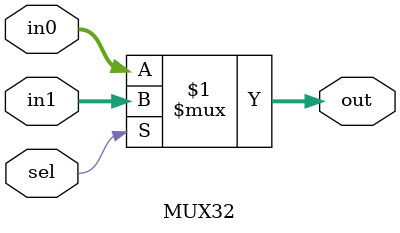
<source format=v>
module MUX32
(
    input  [31:0] in0,
    input  [31:0] in1,
    input         sel,
    output [31:0] out
);

// Implementation
assign out = sel ? in1 : in0;

endmodule

</source>
